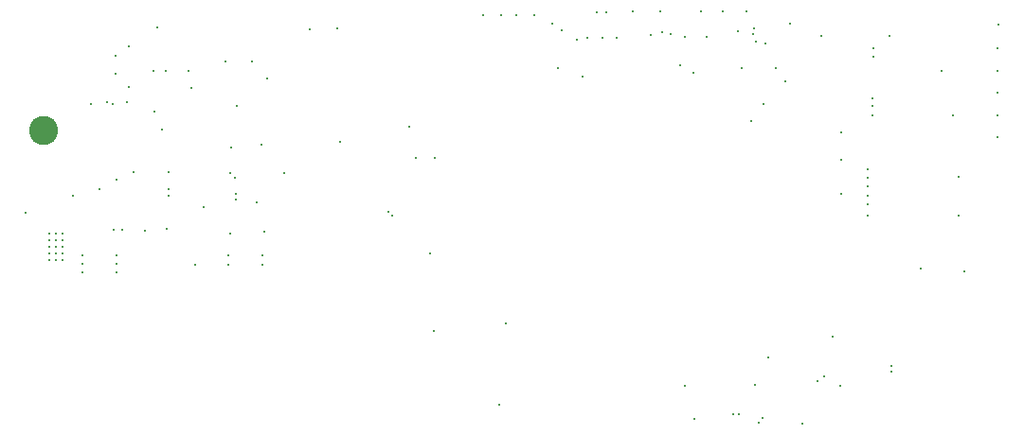
<source format=gbr>
%TF.GenerationSoftware,KiCad,Pcbnew,5.1.8*%
%TF.CreationDate,2021-01-05T10:04:31+01:00*%
%TF.ProjectId,pislice,7069736c-6963-4652-9e6b-696361645f70,rev?*%
%TF.SameCoordinates,Original*%
%TF.FileFunction,Plated,1,4,PTH,Drill*%
%TF.FilePolarity,Positive*%
%FSLAX46Y46*%
G04 Gerber Fmt 4.6, Leading zero omitted, Abs format (unit mm)*
G04 Created by KiCad (PCBNEW 5.1.8) date 2021-01-05 10:04:31*
%MOMM*%
%LPD*%
G01*
G04 APERTURE LIST*
%TA.AperFunction,ViaDrill*%
%ADD10C,0.200000*%
%TD*%
%TA.AperFunction,ViaDrill*%
%ADD11C,0.300000*%
%TD*%
%TA.AperFunction,ComponentDrill*%
%ADD12C,2.600000*%
%TD*%
G04 APERTURE END LIST*
D10*
X92100000Y-88700000D03*
X94200000Y-90600000D03*
X94200000Y-91200000D03*
X94200000Y-91800000D03*
X94200000Y-92400000D03*
X94200000Y-93000000D03*
X94800000Y-90600000D03*
X94800000Y-91200000D03*
X94800000Y-91800000D03*
X94800000Y-92400000D03*
X94800000Y-93000000D03*
X95400000Y-90600000D03*
X95400000Y-91200000D03*
X95400000Y-91800000D03*
X95400000Y-92400000D03*
X95400000Y-93000000D03*
X96300000Y-87200000D03*
X97200000Y-92500000D03*
X97200000Y-93300000D03*
X97200000Y-94100000D03*
X97954821Y-79018439D03*
X98740000Y-86600000D03*
X99412044Y-78850808D03*
X99936463Y-79024426D03*
X100000000Y-90250000D03*
X100150000Y-74642770D03*
X100150000Y-76252410D03*
X100200000Y-92500000D03*
X100200000Y-93300000D03*
X100200000Y-94100000D03*
X100220000Y-85800000D03*
X100750000Y-90250000D03*
X101200000Y-78819276D03*
X101750000Y-85100000D03*
X103550000Y-76050000D03*
X103650000Y-79650000D03*
X103900000Y-72100000D03*
X104300000Y-81300000D03*
X104600000Y-76000000D03*
X104700000Y-90200000D03*
X104900000Y-85100000D03*
X104900000Y-86623800D03*
X104900000Y-87176200D03*
X106700000Y-76000000D03*
X106900000Y-77550000D03*
X107250000Y-93350000D03*
X108000000Y-88200000D03*
X110000000Y-75200000D03*
X110250000Y-92500000D03*
X110250000Y-93350000D03*
X110400000Y-90600000D03*
X110404697Y-85204697D03*
X110500000Y-82900000D03*
X110795303Y-85595303D03*
X110900000Y-87023800D03*
X110900000Y-87576200D03*
X111000000Y-79200000D03*
X112300000Y-75200000D03*
X112800000Y-87800000D03*
X113200000Y-82600000D03*
X113250000Y-92500000D03*
X113250000Y-93350000D03*
X113400000Y-90400000D03*
X113700000Y-76700000D03*
X115200000Y-85200000D03*
X117500000Y-72300000D03*
X120000000Y-72200000D03*
X120200000Y-82400000D03*
X124504697Y-88604697D03*
X124895303Y-88995303D03*
X126400000Y-81000000D03*
X127000000Y-83800000D03*
X128300000Y-92400000D03*
X128600000Y-99300000D03*
X128700000Y-83800000D03*
X133000000Y-71000000D03*
X134400000Y-105900000D03*
X134600000Y-71000000D03*
X135000000Y-98600000D03*
X136000000Y-71000000D03*
X137600000Y-71000000D03*
X139200000Y-71800000D03*
X139700000Y-75800000D03*
X140000000Y-72350000D03*
X141400000Y-73200000D03*
X141900000Y-76504821D03*
X143200000Y-70800000D03*
X143650000Y-73050000D03*
X144000000Y-70800000D03*
X146400000Y-70700000D03*
X148000000Y-72800000D03*
X148800000Y-70700000D03*
X149000000Y-72600000D03*
X149800000Y-72700000D03*
X150600000Y-75500000D03*
X151000000Y-73000000D03*
X151000000Y-104200000D03*
X151800000Y-76200000D03*
X151900000Y-107200000D03*
X152500000Y-70700000D03*
X153000000Y-73000000D03*
X154400000Y-70700000D03*
X155323800Y-106800000D03*
X155800000Y-72500000D03*
X155876200Y-106800000D03*
X156100000Y-75800000D03*
X156500000Y-70700000D03*
X157000000Y-80500000D03*
X157149902Y-72770258D03*
X157243401Y-72223952D03*
X157300000Y-104100000D03*
X157400000Y-73400000D03*
X157604697Y-107495303D03*
X157995303Y-107104697D03*
X158100000Y-79000000D03*
X158200000Y-73600000D03*
X158500000Y-101700000D03*
X159200000Y-75800000D03*
X160000000Y-77000000D03*
X160400000Y-71800000D03*
X161500000Y-107600000D03*
X162900000Y-103800000D03*
X163200000Y-72900000D03*
X163500000Y-103400000D03*
X164200000Y-99800000D03*
X164900000Y-104200000D03*
X165000000Y-81500000D03*
X165000000Y-84000000D03*
X165000000Y-87000000D03*
X167400000Y-84800000D03*
X167400000Y-85600000D03*
X167400000Y-86400000D03*
X167400000Y-87200000D03*
X167400000Y-88000000D03*
X167400000Y-89000000D03*
X167800000Y-78500000D03*
X167800000Y-79200000D03*
X167800000Y-80000000D03*
X167900000Y-74000000D03*
X167900000Y-74800000D03*
X169300000Y-72900000D03*
X169500000Y-102423800D03*
X169500000Y-102976200D03*
X172100000Y-93700000D03*
X174000000Y-76000000D03*
X175000000Y-80000000D03*
X175500000Y-85500000D03*
X175500000Y-89000000D03*
X176000000Y-94000000D03*
X179000000Y-74000000D03*
X179000000Y-76000000D03*
X179000000Y-78000000D03*
X179000000Y-80000000D03*
X179000000Y-82000000D03*
X179100000Y-71900000D03*
D11*
X101300000Y-73850000D03*
X101300000Y-77462054D03*
X102800000Y-90350000D03*
X142350000Y-73050000D03*
X144950000Y-73050000D03*
D12*
%TO.C,U1*%
X93750000Y-81400000D03*
X93750000Y-81400000D03*
M02*

</source>
